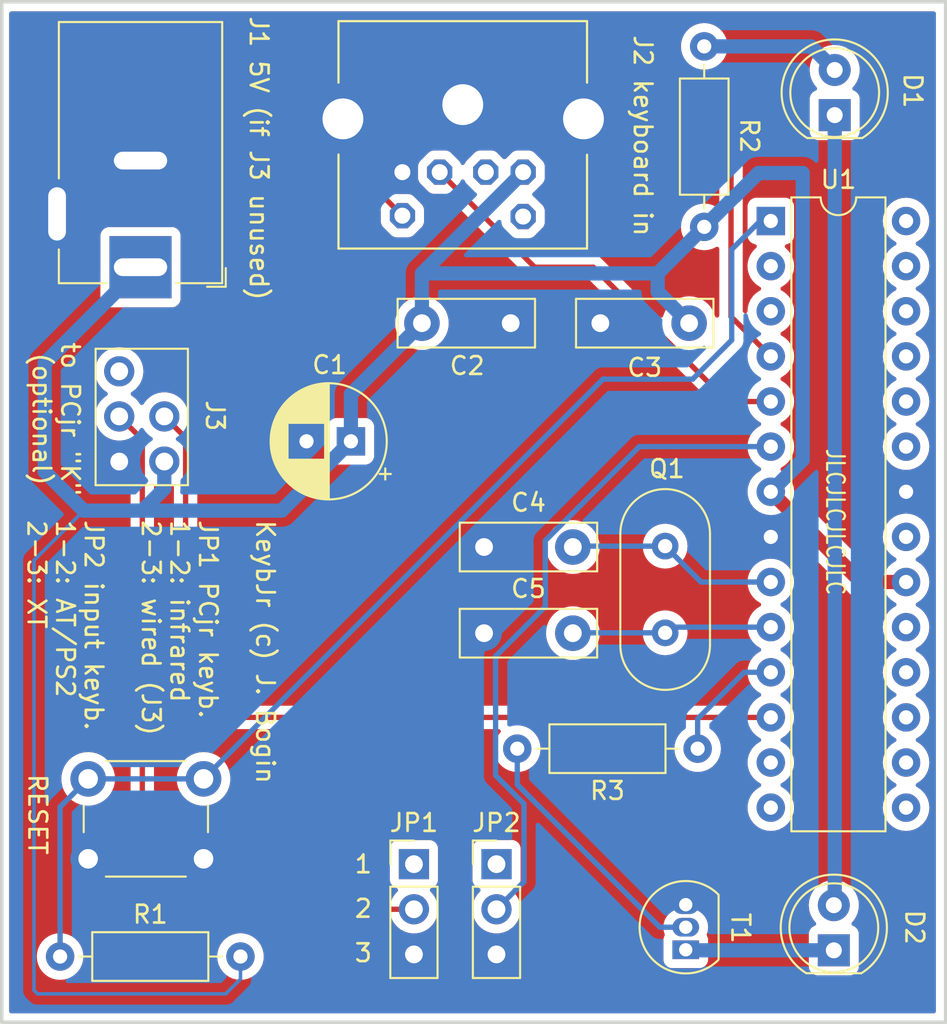
<source format=kicad_pcb>
(kicad_pcb (version 20221018) (generator pcbnew)
  (title_block (date "mar. 31 mars 2015"))
  (layers (0 "F.Cu" signal) (31 "B.Cu" signal) (34 "B.Paste" user) (35 "F.Paste" user) (36 "B.SilkS" user "B.Silkscreen") (37 "F.SilkS" user "F.Silkscreen") (38 "B.Mask" user) (39 "F.Mask" user) (44 "Edge.Cuts" user))
  (net 0 "")
  (net 1 "/+5V")
  (net 2 "GNDD")
  (net 3 "Net-(U1-XTAL1{slash}PB6)")
  (net 4 "Net-(U1-XTAL2{slash}PB7)")
  (net 5 "Net-(D1-K)")
  (net 6 "Net-(D1-A)")
  (net 7 "Net-(D2-K)")
  (net 8 "Net-(U1-PD3)")
  (net 10 "Net-(U1-PD2)")
  (net 13 "Net-(J3-Pin_b2)")
  (net 15 "Net-(JP2-Pin_2)")
  (net 16 "Net-(U1-~{RESET}{slash}PC6)")
  (net 17 "Net-(U1-PD5)")
  (net 18 "Net-(T1-B)")
  (net 21 "Net-(J3-Pin_a2)")
  (footprint "Package_DIP:DIP-28_W7.62mm" (layer "F.Cu") (at 143.4 55.3)
    (fp_text reference "U1" (at 3.81 -2.33) (layer "F.SilkS"))
    (fp_text value "ATmega328P-P")
    (fp_line (start 1.16 -1.33) (end 1.16 34.35) (stroke (width 0.12)) (layer "F.SilkS"))
    (fp_line (start 1.16 34.35) (end 6.46 34.35) (stroke (width 0.12)) (layer "F.SilkS"))
    (fp_line (start 2.81 -1.33) (end 1.16 -1.33) (stroke (width 0.12)) (layer "F.SilkS"))
    (fp_line (start 6.46 -1.33) (end 4.81 -1.33) (stroke (width 0.12)) (layer "F.SilkS"))
    (fp_line (start 6.46 34.35) (end 6.46 -1.33) (stroke (width 0.12)) (layer "F.SilkS"))
    (fp_arc (start 4.81 -1.33) (mid 3.81 -0.33) (end 2.81 -1.33) (stroke (width 0.12)) (layer "F.SilkS"))
    (pad "1" thru_hole rect (at 0 0) (size 1.6 1.6) (drill 0.8) (layers "*.Cu" "*.Mask") (net 16 "Net-(U1-~{RESET}{slash}PC6)"))
    (pad "2" thru_hole oval (at 0 2.54) (size 1.6 1.6) (drill 0.8) (layers "*.Cu" "*.Mask"))
    (pad "3" thru_hole oval (at 0 5.08) (size 1.6 1.6) (drill 0.8) (layers "*.Cu" "*.Mask"))
    (pad "4" thru_hole oval (at 0 7.62) (size 1.6 1.6) (drill 0.8) (layers "*.Cu" "*.Mask") (net 10 "Net-(U1-PD2)"))
    (pad "5" thru_hole oval (at 0 10.16) (size 1.6 1.6) (drill 0.8) (layers "*.Cu" "*.Mask") (net 8 "Net-(U1-PD3)"))
    (pad "6" thru_hole oval (at 0 12.7) (size 1.6 1.6) (drill 0.8) (layers "*.Cu" "*.Mask") (net 15 "Net-(JP2-Pin_2)"))
    (pad "7" thru_hole oval (at 0 15.24) (size 1.6 1.6) (drill 0.8) (layers "*.Cu" "*.Mask") (net 1 "/+5V"))
    (pad "8" thru_hole oval (at 0 17.78) (size 1.6 1.6) (drill 0.8) (layers "*.Cu" "*.Mask") (net 2 "GNDD"))
    (pad "9" thru_hole oval (at 0 20.32) (size 1.6 1.6) (drill 0.8) (layers "*.Cu" "*.Mask") (net 3 "Net-(U1-XTAL1{slash}PB6)"))
    (pad "10" thru_hole oval (at 0 22.86) (size 1.6 1.6) (drill 0.8) (layers "*.Cu" "*.Mask") (net 4 "Net-(U1-XTAL2{slash}PB7)"))
    (pad "11" thru_hole oval (at 0 25.4) (size 1.6 1.6) (drill 0.8) (layers "*.Cu" "*.Mask") (net 17 "Net-(U1-PD5)"))
    (pad "12" thru_hole oval (at 0 27.94) (size 1.6 1.6) (drill 0.8) (layers "*.Cu" "*.Mask") (net 21 "Net-(J3-Pin_a2)"))
    (pad "13" thru_hole oval (at 0 30.48) (size 1.6 1.6) (drill 0.8) (layers "*.Cu" "*.Mask"))
    (pad "14" thru_hole oval (at 0 33.02) (size 1.6 1.6) (drill 0.8) (layers "*.Cu" "*.Mask"))
    (pad "15" thru_hole oval (at 7.62 33.02) (size 1.6 1.6) (drill 0.8) (layers "*.Cu" "*.Mask"))
    (pad "16" thru_hole oval (at 7.62 30.48) (size 1.6 1.6) (drill 0.8) (layers "*.Cu" "*.Mask"))
    (pad "17" thru_hole oval (at 7.62 27.94) (size 1.6 1.6) (drill 0.8) (layers "*.Cu" "*.Mask"))
    (pad "18" thru_hole oval (at 7.62 25.4) (size 1.6 1.6) (drill 0.8) (layers "*.Cu" "*.Mask"))
    (pad "19" thru_hole oval (at 7.62 22.86) (size 1.6 1.6) (drill 0.8) (layers "*.Cu" "*.Mask"))
    (pad "20" thru_hole oval (at 7.62 20.32) (size 1.6 1.6) (drill 0.8) (layers "*.Cu" "*.Mask") (net 1 "/+5V"))
    (pad "21" thru_hole oval (at 7.62 17.78) (size 1.6 1.6) (drill 0.8) (layers "*.Cu" "*.Mask"))
    (pad "22" thru_hole oval (at 7.62 15.24) (size 1.6 1.6) (drill 0.8) (layers "*.Cu" "*.Mask") (net 2 "GNDD"))
    (pad "23" thru_hole oval (at 7.62 12.7) (size 1.6 1.6) (drill 0.8) (layers "*.Cu" "*.Mask"))
    (pad "24" thru_hole oval (at 7.62 10.16) (size 1.6 1.6) (drill 0.8) (layers "*.Cu" "*.Mask"))
    (pad "25" thru_hole oval (at 7.62 7.62) (size 1.6 1.6) (drill 0.8) (layers "*.Cu" "*.Mask"))
    (pad "26" thru_hole oval (at 7.62 5.08) (size 1.6 1.6) (drill 0.8) (layers "*.Cu" "*.Mask"))
    (pad "27" thru_hole oval (at 7.62 2.54) (size 1.6 1.6) (drill 0.8) (layers "*.Cu" "*.Mask"))
    (pad "28" thru_hole oval (at 7.62 0) (size 1.6 1.6) (drill 0.8) (layers "*.Cu" "*.Mask"))
  )
  (footprint "Crystal:Crystal_HC49-U_Vertical" (layer "F.Cu") (at 137.45 78.48 90)
    (fp_text reference "Q1" hide)
    (fp_text value "16 MHz")
    (fp_line (start -0.685 -2.525) (end 5.565 -2.525) (stroke (width 0.12)) (layer "F.SilkS"))
    (fp_line (start -0.685 2.525) (end 5.565 2.525) (stroke (width 0.12)) (layer "F.SilkS"))
    (fp_arc (start -0.685 2.525) (mid -3.21 0) (end -0.685 -2.525) (stroke (width 0.12)) (layer "F.SilkS"))
    (fp_arc (start 5.565 -2.525) (mid 8.09 0) (end 5.565 2.525) (stroke (width 0.12)) (layer "F.SilkS"))
    (pad "1" thru_hole circle (at 0 0 90) (size 1.5 1.5) (drill 0.8) (layers "*.Cu" "*.Mask") (net 4 "Net-(U1-XTAL2{slash}PB7)"))
    (pad "2" thru_hole circle (at 4.88 0 90) (size 1.5 1.5) (drill 0.8) (layers "*.Cu" "*.Mask") (net 3 "Net-(U1-XTAL1{slash}PB6)"))
  )
  (footprint "Connector_PinHeader_2.54mm:PinHeader_1x03_P2.54mm_Vertical" (layer "F.Cu") (at 123.3 91.5)
    (fp_text reference "JP1" (at 0 -2.33) (layer "F.SilkS"))
    (fp_text value "infrared - wired")
    (fp_line (start -1.33 -1.33) (end 0 -1.33) (stroke (width 0.12)) (layer "F.SilkS"))
    (fp_line (start -1.33 0) (end -1.33 -1.33) (stroke (width 0.12)) (layer "F.SilkS"))
    (fp_line (start -1.33 1.27) (end -1.33 6.41) (stroke (width 0.12)) (layer "F.SilkS"))
    (fp_line (start -1.33 1.27) (end 1.33 1.27) (stroke (width 0.12)) (layer "F.SilkS"))
    (fp_line (start -1.33 6.41) (end 1.33 6.41) (stroke (width 0.12)) (layer "F.SilkS"))
    (fp_line (start 1.33 1.27) (end 1.33 6.41) (stroke (width 0.12)) (layer "F.SilkS"))
    (pad "1" thru_hole rect (at 0 0) (size 1.7 1.7) (drill 1) (layers "*.Cu" "*.Mask"))
    (pad "2" thru_hole oval (at 0 2.54) (size 1.7 1.7) (drill 1) (layers "*.Cu" "*.Mask") (net 13 "Net-(J3-Pin_b2)"))
    (pad "3" thru_hole oval (at 0 5.08) (size 1.7 1.7) (drill 1) (layers "*.Cu" "*.Mask") (net 2 "GNDD"))
  )
  (footprint "Capacitor_THT:CP_Radial_D6.3mm_P2.50mm" (layer "F.Cu") (at 119.75 67.7 180)
    (fp_text reference "C1" (at 1.2 4.3) (layer "F.SilkS"))
    (fp_text value "100u")
    (fp_line (start -2.250241 -1.839) (end -1.620241 -1.839) (stroke (width 0.12)) (layer "F.SilkS"))
    (fp_line (start -1.935241 -2.154) (end -1.935241 -1.524) (stroke (width 0.12)) (layer "F.SilkS"))
    (fp_line (start 1.25 -3.23) (end 1.25 3.23) (stroke (width 0.12)) (layer "F.SilkS"))
    (fp_line (start 1.29 -3.23) (end 1.29 3.23) (stroke (width 0.12)) (layer "F.SilkS"))
    (fp_line (start 1.33 -3.23) (end 1.33 3.23) (stroke (width 0.12)) (layer "F.SilkS"))
    (fp_line (start 1.37 -3.228) (end 1.37 3.228) (stroke (width 0.12)) (layer "F.SilkS"))
    (fp_line (start 1.41 -3.227) (end 1.41 3.227) (stroke (width 0.12)) (layer "F.SilkS"))
    (fp_line (start 1.45 -3.224) (end 1.45 3.224) (stroke (width 0.12)) (layer "F.SilkS"))
    (fp_line (start 1.49 -3.222) (end 1.49 -1.04) (stroke (width 0.12)) (layer "F.SilkS"))
    (fp_line (start 1.49 1.04) (end 1.49 3.222) (stroke (width 0.12)) (layer "F.SilkS"))
    (fp_line (start 1.53 -3.218) (end 1.53 -1.04) (stroke (width 0.12)) (layer "F.SilkS"))
    (fp_line (start 1.53 1.04) (end 1.53 3.218) (stroke (width 0.12)) (layer "F.SilkS"))
    (fp_line (start 1.57 -3.215) (end 1.57 -1.04) (stroke (width 0.12)) (layer "F.SilkS"))
    (fp_line (start 1.57 1.04) (end 1.57 3.215) (stroke (width 0.12)) (layer "F.SilkS"))
    (fp_line (start 1.61 -3.211) (end 1.61 -1.04) (stroke (width 0.12)) (layer "F.SilkS"))
    (fp_line (start 1.61 1.04) (end 1.61 3.211) (stroke (width 0.12)) (layer "F.SilkS"))
    (fp_line (start 1.65 -3.206) (end 1.65 -1.04) (stroke (width 0.12)) (layer "F.SilkS"))
    (fp_line (start 1.65 1.04) (end 1.65 3.206) (stroke (width 0.12)) (layer "F.SilkS"))
    (fp_line (start 1.69 -3.201) (end 1.69 -1.04) (stroke (width 0.12)) (layer "F.SilkS"))
    (fp_line (start 1.69 1.04) (end 1.69 3.201) (stroke (width 0.12)) (layer "F.SilkS"))
    (fp_line (start 1.73 -3.195) (end 1.73 -1.04) (stroke (width 0.12)) (layer "F.SilkS"))
    (fp_line (start 1.73 1.04) (end 1.73 3.195) (stroke (width 0.12)) (layer "F.SilkS"))
    (fp_line (start 1.77 -3.189) (end 1.77 -1.04) (stroke (width 0.12)) (layer "F.SilkS"))
    (fp_line (start 1.77 1.04) (end 1.77 3.189) (stroke (width 0.12)) (layer "F.SilkS"))
    (fp_line (start 1.81 -3.182) (end 1.81 -1.04) (stroke (width 0.12)) (layer "F.SilkS"))
    (fp_line (start 1.81 1.04) (end 1.81 3.182) (stroke (width 0.12)) (layer "F.SilkS"))
    (fp_line (start 1.85 -3.175) (end 1.85 -1.04) (stroke (width 0.12)) (layer "F.SilkS"))
    (fp_line (start 1.85 1.04) (end 1.85 3.175) (stroke (width 0.12)) (layer "F.SilkS"))
    (fp_line (start 1.89 -3.167) (end 1.89 -1.04) (stroke (width 0.12)) (layer "F.SilkS"))
    (fp_line (start 1.89 1.04) (end 1.89 3.167) (stroke (width 0.12)) (layer "F.SilkS"))
    (fp_line (start 1.93 -3.159) (end 1.93 -1.04) (stroke (width 0.12)) (layer "F.SilkS"))
    (fp_line (start 1.93 1.04) (end 1.93 3.159) (stroke (width 0.12)) (layer "F.SilkS"))
    (fp_line (start 1.971 -3.15) (end 1.971 -1.04) (stroke (width 0.12)) (layer "F.SilkS"))
    (fp_line (start 1.971 1.04) (end 1.971 3.15) (stroke (width 0.12)) (layer "F.SilkS"))
    (fp_line (start 2.011 -3.141) (end 2.011 -1.04) (stroke (width 0.12)) (layer "F.SilkS"))
    (fp_line (start 2.011 1.04) (end 2.011 3.141) (stroke (width 0.12)) (layer "F.SilkS"))
    (fp_line (start 2.051 -3.131) (end 2.051 -1.04) (stroke (width 0.12)) (layer "F.SilkS"))
    (fp_line (start 2.051 1.04) (end 2.051 3.131) (stroke (width 0.12)) (layer "F.SilkS"))
    (fp_line (start 2.091 -3.121) (end 2.091 -1.04) (stroke (width 0.12)) (layer "F.SilkS"))
    (fp_line (start 2.091 1.04) (end 2.091 3.121) (stroke (width 0.12)) (layer "F.SilkS"))
    (fp_line (start 2.131 -3.11) (end 2.131 -1.04) (stroke (width 0.12)) (layer "F.SilkS"))
    (fp_line (start 2.131 1.04) (end 2.131 3.11) (stroke (width 0.12)) (layer "F.SilkS"))
    (fp_line (start 2.171 -3.098) (end 2.171 -1.04) (stroke (width 0.12)) (layer "F.SilkS"))
    (fp_line (start 2.171 1.04) (end 2.171 3.098) (stroke (width 0.12)) (layer "F.SilkS"))
    (fp_line (start 2.211 -3.086) (end 2.211 -1.04) (stroke (width 0.12)) (layer "F.SilkS"))
    (fp_line (start 2.211 1.04) (end 2.211 3.086) (stroke (width 0.12)) (layer "F.SilkS"))
    (fp_line (start 2.251 -3.074) (end 2.251 -1.04) (stroke (width 0.12)) (layer "F.SilkS"))
    (fp_line (start 2.251 1.04) (end 2.251 3.074) (stroke (width 0.12)) (layer "F.SilkS"))
    (fp_line (start 2.291 -3.061) (end 2.291 -1.04) (stroke (width 0.12)) (layer "F.SilkS"))
    (fp_line (start 2.291 1.04) (end 2.291 3.061) (stroke (width 0.12)) (layer "F.SilkS"))
    (fp_line (start 2.331 -3.047) (end 2.331 -1.04) (stroke (width 0.12)) (layer "F.SilkS"))
    (fp_line (start 2.331 1.04) (end 2.331 3.047) (stroke (width 0.12)) (layer "F.SilkS"))
    (fp_line (start 2.371 -3.033) (end 2.371 -1.04) (stroke (width 0.12)) (layer "F.SilkS"))
    (fp_line (start 2.371 1.04) (end 2.371 3.033) (stroke (width 0.12)) (layer "F.SilkS"))
    (fp_line (start 2.411 -3.018) (end 2.411 -1.04) (stroke (width 0.12)) (layer "F.SilkS"))
    (fp_line (start 2.411 1.04) (end 2.411 3.018) (stroke (width 0.12)) (layer "F.SilkS"))
    (fp_line (start 2.451 -3.002) (end 2.451 -1.04) (stroke (width 0.12)) (layer "F.SilkS"))
    (fp_line (start 2.451 1.04) (end 2.451 3.002) (stroke (width 0.12)) (layer "F.SilkS"))
    (fp_line (start 2.491 -2.986) (end 2.491 -1.04) (stroke (width 0.12)) (layer "F.SilkS"))
    (fp_line (start 2.491 1.04) (end 2.491 2.986) (stroke (width 0.12)) (layer "F.SilkS"))
    (fp_line (start 2.531 -2.97) (end 2.531 -1.04) (stroke (width 0.12)) (layer "F.SilkS"))
    (fp_line (start 2.531 1.04) (end 2.531 2.97) (stroke (width 0.12)) (layer "F.SilkS"))
    (fp_line (start 2.571 -2.952) (end 2.571 -1.04) (stroke (width 0.12)) (layer "F.SilkS"))
    (fp_line (start 2.571 1.04) (end 2.571 2.952) (stroke (width 0.12)) (layer "F.SilkS"))
    (fp_line (start 2.611 -2.934) (end 2.611 -1.04) (stroke (width 0.12)) (layer "F.SilkS"))
    (fp_line (start 2.611 1.04) (end 2.611 2.934) (stroke (width 0.12)) (layer "F.SilkS"))
    (fp_line (start 2.651 -2.916) (end 2.651 -1.04) (stroke (width 0.12)) (layer "F.SilkS"))
    (fp_line (start 2.651 1.04) (end 2.651 2.916) (stroke (width 0.12)) (layer "F.SilkS"))
    (fp_line (start 2.691 -2.896) (end 2.691 -1.04) (stroke (width 0.12)) (layer "F.SilkS"))
    (fp_line (start 2.691 1.04) (end 2.691 2.896) (stroke (width 0.12)) (layer "F.SilkS"))
    (fp_line (start 2.731 -2.876) (end 2.731 -1.04) (stroke (width 0.12)) (layer "F.SilkS"))
    (fp_line (start 2.731 1.04) (end 2.731 2.876) (stroke (width 0.12)) (layer "F.SilkS"))
    (fp_line (start 2.771 -2.856) (end 2.771 -1.04) (stroke (width 0.12)) (layer "F.SilkS"))
    (fp_line (start 2.771 1.04) (end 2.771 2.856) (stroke (width 0.12)) (layer "F.SilkS"))
    (fp_line (start 2.811 -2.834) (end 2.811 -1.04) (stroke (width 0.12)) (layer "F.SilkS"))
    (fp_line (start 2.811 1.04) (end 2.811 2.834) (stroke (width 0.12)) (layer "F.SilkS"))
    (fp_line (start 2.851 -2.812) (end 2.851 -1.04) (stroke (width 0.12)) (layer "F.SilkS"))
    (fp_line (start 2.851 1.04) (end 2.851 2.812) (stroke (width 0.12)) (layer "F.SilkS"))
    (fp_line (start 2.891 -2.79) (end 2.891 -1.04) (stroke (width 0.12)) (layer "F.SilkS"))
    (fp_line (start 2.891 1.04) (end 2.891 2.79) (stroke (width 0.12)) (layer "F.SilkS"))
    (fp_line (start 2.931 -2.766) (end 2.931 -1.04) (stroke (width 0.12)) (layer "F.SilkS"))
    (fp_line (start 2.931 1.04) (end 2.931 2.766) (stroke (width 0.12)) (layer "F.SilkS"))
    (fp_line (start 2.971 -2.742) (end 2.971 -1.04) (stroke (width 0.12)) (layer "F.SilkS"))
    (fp_line (start 2.971 1.04) (end 2.971 2.742) (stroke (width 0.12)) (layer "F.SilkS"))
    (fp_line (start 3.011 -2.716) (end 3.011 -1.04) (stroke (width 0.12)) (layer "F.SilkS"))
    (fp_line (start 3.011 1.04) (end 3.011 2.716) (stroke (width 0.12)) (layer "F.SilkS"))
    (fp_line (start 3.051 -2.69) (end 3.051 -1.04) (stroke (width 0.12)) (layer "F.SilkS"))
    (fp_line (start 3.051 1.04) (end 3.051 2.69) (stroke (width 0.12)) (layer "F.SilkS"))
    (fp_line (start 3.091 -2.664) (end 3.091 -1.04) (stroke (width 0.12)) (layer "F.SilkS"))
    (fp_line (start 3.091 1.04) (end 3.091 2.664) (stroke (width 0.12)) (layer "F.SilkS"))
    (fp_line (start 3.131 -2.636) (end 3.131 -1.04) (stroke (width 0.12)) (layer "F.SilkS"))
    (fp_line (start 3.131 1.04) (end 3.131 2.636) (stroke (width 0.12)) (layer "F.SilkS"))
    (fp_line (start 3.171 -2.607) (end 3.171 -1.04) (stroke (width 0.12)) (layer "F.SilkS"))
    (fp_line (start 3.171 1.04) (end 3.171 2.607) (stroke (width 0.12)) (layer "F.SilkS"))
    (fp_line (start 3.211 -2.578) (end 3.211 -1.04) (stroke (width 0.12)) (layer "F.SilkS"))
    (fp_line (start 3.211 1.04) (end 3.211 2.578) (stroke (width 0.12)) (layer "F.SilkS"))
    (fp_line (start 3.251 -2.548) (end 3.251 -1.04) (stroke (width 0.12)) (layer "F.SilkS"))
    (fp_line (start 3.251 1.04) (end 3.251 2.548) (stroke (width 0.12)) (layer "F.SilkS"))
    (fp_line (start 3.291 -2.516) (end 3.291 -1.04) (stroke (width 0.12)) (layer "F.SilkS"))
    (fp_line (start 3.291 1.04) (end 3.291 2.516) (stroke (width 0.12)) (layer "F.SilkS"))
    (fp_line (start 3.331 -2.484) (end 3.331 -1.04) (stroke (width 0.12)) (layer "F.SilkS"))
    (fp_line (start 3.331 1.04) (end 3.331 2.484) (stroke (width 0.12)) (layer "F.SilkS"))
    (fp_line (start 3.371 -2.45) (end 3.371 -1.04) (stroke (width 0.12)) (layer "F.SilkS"))
    (fp_line (start 3.371 1.04) (end 3.371 2.45) (stroke (width 0.12)) (layer "F.SilkS"))
    (fp_line (start 3.411 -2.416) (end 3.411 -1.04) (stroke (width 0.12)) (layer "F.SilkS"))
    (fp_line (start 3.411 1.04) (end 3.411 2.416) (stroke (width 0.12)) (layer "F.SilkS"))
    (fp_line (start 3.451 -2.38) (end 3.451 -1.04) (stroke (width 0.12)) (layer "F.SilkS"))
    (fp_line (start 3.451 1.04) (end 3.451 2.38) (stroke (width 0.12)) (layer "F.SilkS"))
    (fp_line (start 3.491 -2.343) (end 3.491 -1.04) (stroke (width 0.12)) (layer "F.SilkS"))
    (fp_line (start 3.491 1.04) (end 3.491 2.343) (stroke (width 0.12)) (layer "F.SilkS"))
    (fp_line (start 3.531 -2.305) (end 3.531 -1.04) (stroke (width 0.12)) (layer "F.SilkS"))
    (fp_line (start 3.531 1.04) (end 3.531 2.305) (stroke (width 0.12)) (layer "F.SilkS"))
    (fp_line (start 3.571 -2.265) (end 3.571 2.265) (stroke (width 0.12)) (layer "F.SilkS"))
    (fp_line (start 3.611 -2.224) (end 3.611 2.224) (stroke (width 0.12)) (layer "F.SilkS"))
    (fp_line (start 3.651 -2.182) (end 3.651 2.182) (stroke (width 0.12)) (layer "F.SilkS"))
    (fp_line (start 3.691 -2.137) (end 3.691 2.137) (stroke (width 0.12)) (layer "F.SilkS"))
    (fp_line (start 3.731 -2.092) (end 3.731 2.092) (stroke (width 0.12)) (layer "F.SilkS"))
    (fp_line (start 3.771 -2.044) (end 3.771 2.044) (stroke (width 0.12)) (layer "F.SilkS"))
    (fp_line (start 3.811 -1.995) (end 3.811 1.995) (stroke (width 0.12)) (layer "F.SilkS"))
    (fp_line (start 3.851 -1.944) (end 3.851 1.944) (stroke (width 0.12)) (layer "F.SilkS"))
    (fp_line (start 3.891 -1.89) (end 3.891 1.89) (stroke (width 0.12)) (layer "F.SilkS"))
    (fp_line (start 3.931 -1.834) (end 3.931 1.834) (stroke (width 0.12)) (layer "F.SilkS"))
    (fp_line (start 3.971 -1.776) (end 3.971 1.776) (stroke (width 0.12)) (layer "F.SilkS"))
    (fp_line (start 4.011 -1.714) (end 4.011 1.714) (stroke (width 0.12)) (layer "F.SilkS"))
    (fp_line (start 4.051 -1.65) (end 4.051 1.65) (stroke (width 0.12)) (layer "F.SilkS"))
    (fp_line (start 4.091 -1.581) (end 4.091 1.581) (stroke (width 0.12)) (layer "F.SilkS"))
    (fp_line (start 4.131 -1.509) (end 4.131 1.509) (stroke (width 0.12)) (layer "F.SilkS"))
    (fp_line (start 4.171 -1.432) (end 4.171 1.432) (stroke (width 0.12)) (layer "F.SilkS"))
    (fp_line (start 4.211 -1.35) (end 4.211 1.35) (stroke (width 0.12)) (layer "F.SilkS"))
    (fp_line (start 4.251 -1.262) (end 4.251 1.262) (stroke (width 0.12)) (layer "F.SilkS"))
    (fp_line (start 4.291 -1.165) (end 4.291 1.165) (stroke (width 0.12)) (layer "F.SilkS"))
    (fp_line (start 4.331 -1.059) (end 4.331 1.059) (stroke (width 0.12)) (layer "F.SilkS"))
    (fp_line (start 4.371 -0.94) (end 4.371 0.94) (stroke (width 0.12)) (layer "F.SilkS"))
    (fp_line (start 4.411 -0.802) (end 4.411 0.802) (stroke (width 0.12)) (layer "F.SilkS"))
    (fp_line (start 4.451 -0.633) (end 4.451 0.633) (stroke (width 0.12)) (layer "F.SilkS"))
    (fp_line (start 4.491 -0.402) (end 4.491 0.402) (stroke (width 0.12)) (layer "F.SilkS"))
    (fp_circle (center 1.25 0) (end 4.52 0) (stroke (width 0.12)) (fill none) (layer "F.SilkS"))
    (pad "1" thru_hole rect (at 0 0 180) (size 1.6 1.6) (drill 0.8) (layers "*.Cu" "*.Mask") (net 1 "/+5V"))
    (pad "2" thru_hole circle (at 2.5 0 180) (size 1.6 1.6) (drill 0.8) (layers "*.Cu" "*.Mask") (net 2 "GNDD"))
  )
  (footprint "Connector_BarrelJack:BarrelJack_Horizontal" (layer "F.Cu") (at 107.9 57.9 -90)
    (fp_text reference "J1" hide)
    (fp_text value "+5V (if not using J3)")
    (fp_line (start -13.8 -4.6) (end 0.9 -4.6) (stroke (width 0.12)) (layer "F.SilkS"))
    (fp_line (start -13.8 4.6) (end -13.8 -4.6) (stroke (width 0.12)) (layer "F.SilkS"))
    (fp_line (start -5 4.6) (end -13.8 4.6) (stroke (width 0.12)) (layer "F.SilkS"))
    (fp_line (start 0.05 -4.8) (end 1.1 -4.8) (stroke (width 0.12)) (layer "F.SilkS"))
    (fp_line (start 0.9 -4.6) (end 0.9 -2) (stroke (width 0.12)) (layer "F.SilkS"))
    (fp_line (start 0.9 1.9) (end 0.9 4.6) (stroke (width 0.12)) (layer "F.SilkS"))
    (fp_line (start 0.9 4.6) (end -1 4.6) (stroke (width 0.12)) (layer "F.SilkS"))
    (fp_line (start 1.1 -3.75) (end 1.1 -4.8) (stroke (width 0.12)) (layer "F.SilkS"))
    (pad "1" thru_hole rect (at 0 0 270) (size 3.5 3.5) (drill oval 1 3) (layers "*.Cu" "*.Mask") (net 1 "/+5V"))
    (pad "2" thru_hole roundrect (at -6 0 270) (size 3 3.5) (drill oval 1 3) (layers "*.Cu" "*.Mask") (net 2 "GNDD"))
    (pad "3" thru_hole roundrect (at -3 4.7 270) (size 3.5 3.5) (drill oval 3 1) (layers "*.Cu" "*.Mask") (net 2 "GNDD"))
  )
  (footprint "Capacitor_THT:C_Disc_D7.5mm_W2.5mm_P5.00mm" (layer "F.Cu") (at 127.25 73.65)
    (fp_text reference "C4" (at 2.5 -2.5) (layer "F.SilkS"))
    (fp_text value "22p")
    (fp_line (start -1.37 -1.37) (end -1.37 1.37) (stroke (width 0.12)) (layer "F.SilkS"))
    (fp_line (start -1.37 -1.37) (end 6.37 -1.37) (stroke (width 0.12)) (layer "F.SilkS"))
    (fp_line (start -1.37 1.37) (end 6.37 1.37) (stroke (width 0.12)) (layer "F.SilkS"))
    (fp_line (start 6.37 -1.37) (end 6.37 1.37) (stroke (width 0.12)) (layer "F.SilkS"))
    (pad "1" thru_hole circle (at 0 0) (size 2 2) (drill 1) (layers "*.Cu" "*.Mask") (net 2 "GNDD"))
    (pad "2" thru_hole circle (at 5 0) (size 2 2) (drill 1) (layers "*.Cu" "*.Mask") (net 3 "Net-(U1-XTAL1{slash}PB6)"))
  )
  (footprint "Package_TO_SOT_THT:TO-92_Inline" (layer "F.Cu") (at 138.61 96.32 90)
    (fp_text reference "T1" hide)
    (fp_text value "BC337")
    (fp_line (start -0.53 1.85) (end 3.07 1.85) (stroke (width 0.12)) (layer "F.SilkS"))
    (fp_arc (start -0.568478 1.838478) (mid -1.132087 -0.994977) (end 1.27 -2.6) (stroke (width 0.12)) (layer "F.SilkS"))
    (fp_arc (start 1.27 -2.6) (mid 3.672087 -0.994977) (end 3.108478 1.838478) (stroke (width 0.12)) (layer "F.SilkS"))
    (pad "1" thru_hole rect (at 0 0 90) (size 1.05 1.5) (drill 0.75) (layers "*.Cu" "*.Mask") (net 7 "Net-(D2-K)"))
    (pad "2" thru_hole oval (at 1.27 0 90) (size 1.05 1.5) (drill 0.75) (layers "*.Cu" "*.Mask") (net 18 "Net-(T1-B)"))
    (pad "3" thru_hole oval (at 2.54 0 90) (size 1.05 1.5) (drill 0.75) (layers "*.Cu" "*.Mask") (net 2 "GNDD"))
  )
  (footprint "Connector_PinHeader_2.54mm:PinHeader_1x03_P2.54mm_Vertical" (layer "F.Cu") (at 127.95 91.5)
    (fp_text reference "JP2" (at 0 -2.33) (layer "F.SilkS"))
    (fp_text value "AT/PS2 - XT")
    (fp_line (start -1.33 -1.33) (end 0 -1.33) (stroke (width 0.12)) (layer "F.SilkS"))
    (fp_line (start -1.33 0) (end -1.33 -1.33) (stroke (width 0.12)) (layer "F.SilkS"))
    (fp_line (start -1.33 1.27) (end -1.33 6.41) (stroke (width 0.12)) (layer "F.SilkS"))
    (fp_line (start -1.33 1.27) (end 1.33 1.27) (stroke (width 0.12)) (layer "F.SilkS"))
    (fp_line (start -1.33 6.41) (end 1.33 6.41) (stroke (width 0.12)) (layer "F.SilkS"))
    (fp_line (start 1.33 1.27) (end 1.33 6.41) (stroke (width 0.12)) (layer "F.SilkS"))
    (pad "1" thru_hole rect (at 0 0) (size 1.7 1.7) (drill 1) (layers "*.Cu" "*.Mask"))
    (pad "2" thru_hole oval (at 0 2.54) (size 1.7 1.7) (drill 1) (layers "*.Cu" "*.Mask") (net 15 "Net-(JP2-Pin_2)"))
    (pad "3" thru_hole oval (at 0 5.08) (size 1.7 1.7) (drill 1) (layers "*.Cu" "*.Mask") (net 2 "GNDD"))
  )
  (footprint "Resistor_THT:R_Axial_DIN0207_L6.3mm_D2.5mm_P10.16mm_Horizontal" (layer "F.Cu") (at 139.28 85 180)
    (fp_text reference "R3" (at 5.08 -2.37) (layer "F.SilkS"))
    (fp_text value "470")
    (fp_line (start 1.04 0) (end 1.81 0) (stroke (width 0.12)) (layer "F.SilkS"))
    (fp_line (start 1.81 -1.37) (end 1.81 1.37) (stroke (width 0.12)) (layer "F.SilkS"))
    (fp_line (start 1.81 1.37) (end 8.35 1.37) (stroke (width 0.12)) (layer "F.SilkS"))
    (fp_line (start 8.35 -1.37) (end 1.81 -1.37) (stroke (width 0.12)) (layer "F.SilkS"))
    (fp_line (start 8.35 1.37) (end 8.35 -1.37) (stroke (width 0.12)) (layer "F.SilkS"))
    (fp_line (start 9.12 0) (end 8.35 0) (stroke (width 0.12)) (layer "F.SilkS"))
    (pad "1" thru_hole circle (at 0 0 180) (size 1.6 1.6) (drill 0.8) (layers "*.Cu" "*.Mask") (net 17 "Net-(U1-PD5)"))
    (pad "2" thru_hole oval (at 10.16 0 180) (size 1.6 1.6) (drill 0.8) (layers "*.Cu" "*.Mask") (net 18 "Net-(T1-B)"))
  )
  (footprint "LED_THT:LED_D5.0mm_IRGrey" (layer "F.Cu") (at 146.95 96.35 90)
    (fp_text reference "D2" hide)
    (fp_text value "LED")
    (fp_line (start -1.29 -1.545) (end -1.29 1.545) (stroke (width 0.12)) (layer "F.SilkS"))
    (fp_arc (start -1.29 -1.54483) (mid 2.072002 -2.880433) (end 4.26 0.000462) (stroke (width 0.12)) (layer "F.SilkS"))
    (fp_arc (start 4.26 -0.000462) (mid 2.072002 2.880433) (end -1.29 1.54483) (stroke (width 0.12)) (layer "F.SilkS"))
    (fp_circle (center 1.27 0) (end 3.77 0) (stroke (width 0.12)) (fill none) (layer "F.SilkS"))
    (pad "1" thru_hole rect (at 0 0 90) (size 1.8 1.8) (drill 0.9) (layers "*.Cu" "*.Mask") (net 7 "Net-(D2-K)"))
    (pad "2" thru_hole circle (at 2.54 0 90) (size 1.8 1.8) (drill 0.9) (layers "*.Cu" "*.Mask") (net 5 "Net-(D1-K)"))
  )
  (footprint "Capacitor_THT:C_Disc_D7.5mm_W2.5mm_P5.00mm" (layer "F.Cu") (at 127.25 78.5)
    (fp_text reference "C5" (at 2.5 -2.5) (layer "F.SilkS"))
    (fp_text value "22p")
    (fp_line (start -1.37 -1.37) (end -1.37 1.37) (stroke (width 0.12)) (layer "F.SilkS"))
    (fp_line (start -1.37 -1.37) (end 6.37 -1.37) (stroke (width 0.12)) (layer "F.SilkS"))
    (fp_line (start -1.37 1.37) (end 6.37 1.37) (stroke (width 0.12)) (layer "F.SilkS"))
    (fp_line (start 6.37 -1.37) (end 6.37 1.37) (stroke (width 0.12)) (layer "F.SilkS"))
    (pad "1" thru_hole circle (at 0 0) (size 2 2) (drill 1) (layers "*.Cu" "*.Mask") (net 2 "GNDD"))
    (pad "2" thru_hole circle (at 5 0) (size 2 2) (drill 1) (layers "*.Cu" "*.Mask") (net 4 "Net-(U1-XTAL2{slash}PB7)"))
  )
  (footprint "Connector_PinHeader_2.54mm:PinHeader_2x03_P2.54mm_Vertical" (layer "F.Cu") (at 106.7 63.76)
    (fp_text reference "J3" hide)
    (fp_text value "to PCjr \"K\" connector")
    (fp_line (start -1.33 -1.27) (end -1.33 6.41) (stroke (width 0.12)) (layer "F.SilkS"))
    (fp_line (start -1.33 -1.27) (end 3.87 -1.27) (stroke (width 0.12)) (layer "F.SilkS"))
    (fp_line (start -1.33 6.41) (end 3.87 6.41) (stroke (width 0.12)) (layer "F.SilkS"))
    (fp_line (start 3.87 -1.27) (end 3.87 6.41) (stroke (width 0.12)) (layer "F.SilkS"))
    (pad "A2" thru_hole oval (at 2.54 2.54) (size 1.7 1.7) (drill 1) (layers "*.Cu" "*.Mask") (net 21 "Net-(J3-Pin_a2)"))
    (pad "A3" thru_hole oval (at 2.54 5.08) (size 1.7 1.7) (drill 1) (layers "*.Cu" "*.Mask") (net 1 "/+5V"))
    (pad "B1" thru_hole oval (at 0 0) (size 1.7 1.7) (drill 1) (layers "*.Cu" "*.Mask"))
    (pad "B2" thru_hole oval (at 0 2.54) (size 1.7 1.7) (drill 1) (layers "*.Cu" "*.Mask") (net 13 "Net-(J3-Pin_b2)"))
    (pad "B3" thru_hole oval (at 0 5.08) (size 1.7 1.7) (drill 1) (layers "*.Cu" "*.Mask") (net 2 "GNDD"))
  )
  (footprint "Resistor_THT:R_Axial_DIN0207_L6.3mm_D2.5mm_P10.16mm_Horizontal" (layer "F.Cu") (at 103.37 96.7)
    (fp_text reference "R1" (at 5.08 -2.37) (layer "F.SilkS"))
    (fp_text value "10k")
    (fp_line (start 1.04 0) (end 1.81 0) (stroke (width 0.12)) (layer "F.SilkS"))
    (fp_line (start 1.81 -1.37) (end 1.81 1.37) (stroke (width 0.12)) (layer "F.SilkS"))
    (fp_line (start 1.81 1.37) (end 8.35 1.37) (stroke (width 0.12)) (layer "F.SilkS"))
    (fp_line (start 8.35 -1.37) (end 1.81 -1.37) (stroke (width 0.12)) (layer "F.SilkS"))
    (fp_line (start 8.35 1.37) (end 8.35 -1.37) (stroke (width 0.12)) (layer "F.SilkS"))
    (fp_line (start 9.12 0) (end 8.35 0) (stroke (width 0.12)) (layer "F.SilkS"))
    (pad "1" thru_hole circle (at 0 0) (size 1.6 1.6) (drill 0.8) (layers "*.Cu" "*.Mask") (net 16 "Net-(U1-~{RESET}{slash}PC6)"))
    (pad "2" thru_hole oval (at 10.16 0) (size 1.6 1.6) (drill 0.8) (layers "*.Cu" "*.Mask") (net 1 "/+5V"))
  )
  (footprint "Connector_MiniDIN:Mini_DIN6_Female_THT" (layer "F.Cu") (at 126.05 48.8)
    (fp_text reference "J2" hide)
    (fp_text value "Mini-DIN 6pin" hide)
    (fp_line (start -7 -4.75) (end -7 -1.29) (stroke (width 0.127)) (layer "F.SilkS"))
    (fp_line (start -7 2.76) (end -7 8.05) (stroke (width 0.127)) (layer "F.SilkS"))
    (fp_line (start -7 8.05) (end 7 8.05) (stroke (width 0.127)) (layer "F.SilkS"))
    (fp_line (start 7 -4.75) (end -7 -4.75) (stroke (width 0.127)) (layer "F.SilkS"))
    (fp_line (start 7 -4.75) (end 7 -1.29) (stroke (width 0.127)) (layer "F.SilkS"))
    (fp_line (start 7 2.77) (end 7 8.05) (stroke (width 0.127)) (layer "F.SilkS"))
    (pad "1" thru_hole roundrect (at -1.3 3.75) (size 1.4224 1.4224) (drill 0.9) (layers "*.Cu" "*.Mask") (chamfer_ratio 0.2928932188) (chamfer top_left top_right bottom_left bottom_right) (net 8 "Net-(U1-PD3)"))
    (pad "2" thru_hole roundrect (at 1.3 3.75) (size 1.4224 1.4224) (drill 0.9) (layers "*.Cu" "*.Mask") (chamfer_ratio 0.2928932188) (chamfer top_left top_right bottom_left bottom_right))
    (pad "3" thru_hole roundrect (at -3.4 3.75) (size 1.4224 1.4224) (drill 0.9) (layers "*.Cu" "*.Mask") (chamfer_ratio 0.2928932188) (chamfer top_left top_right bottom_left bottom_right) (net 2 "GNDD"))
    (pad "4" thru_hole roundrect (at 3.4 3.75) (size 1.4224 1.4224) (drill 0.9) (layers "*.Cu" "*.Mask") (chamfer_ratio 0.2928932188) (chamfer top_left top_right bottom_left bottom_right) (net 1 "/+5V"))
    (pad "5" thru_hole roundrect (at -3.4 6.2) (size 1.4224 1.4224) (drill 0.9) (layers "*.Cu" "*.Mask") (chamfer_ratio 0.2928932188) (chamfer top_left top_right bottom_left bottom_right) (net 10 "Net-(U1-PD2)"))
    (pad "6" thru_hole roundrect (at 3.4 6.25) (size 1.4224 1.4224) (drill 0.9) (layers "*.Cu" "*.Mask") (chamfer_ratio 0.2928932188) (chamfer top_left top_right bottom_left bottom_right))
    (pad "SH1" thru_hole circle (at 6.8 0.75) (size 3.5 3.5) (drill 2.3) (layers "*.Cu" "*.Mask") (net 2 "GNDD"))
    (pad "SH2" thru_hole circle (at 0 -0.05) (size 3.5 3.5) (drill 2.3) (layers "*.Cu" "*.Mask") (net 2 "GNDD"))
    (pad "SH3" thru_hole circle (at -6.75 0.75) (size 3.5 3.5) (drill 2.3) (layers "*.Cu" "*.Mask") (net 2 "GNDD"))
  )
  (footprint "Resistor_THT:R_Axial_DIN0207_L6.3mm_D2.5mm_P10.16mm_Horizontal" (layer "F.Cu") (at 139.65 45.47 -90)
    (fp_text reference "R2" hide)
    (fp_text value "22")
    (fp_line (start 1.04 0) (end 1.81 0) (stroke (width 0.12)) (layer "F.SilkS"))
    (fp_line (start 1.81 -1.37) (end 1.81 1.37) (stroke (width 0.12)) (layer "F.SilkS"))
    (fp_line (start 1.81 1.37) (end 8.35 1.37) (stroke (width 0.12)) (layer "F.SilkS"))
    (fp_line (start 8.35 -1.37) (end 1.81 -1.37) (stroke (width 0.12)) (layer "F.SilkS"))
    (fp_line (start 8.35 1.37) (end 8.35 -1.37) (stroke (width 0.12)) (layer "F.SilkS"))
    (fp_line (start 9.12 0) (end 8.35 0) (stroke (width 0.12)) (layer "F.SilkS"))
    (pad "1" thru_hole circle (at 0 0 270) (size 1.6 1.6) (drill 0.8) (layers "*.Cu" "*.Mask") (net 6 "Net-(D1-A)"))
    (pad "2" thru_hole oval (at 10.16 0 270) (size 1.6 1.6) (drill 0.8) (layers "*.Cu" "*.Mask") (net 1 "/+5V"))
  )
  (footprint "Capacitor_THT:C_Disc_D7.5mm_W2.5mm_P5.00mm" (layer "F.Cu") (at 123.75 61.05)
    (fp_text reference "C2" (at 2.55 2.4) (layer "F.SilkS"))
    (fp_text value "100n")
    (fp_line (start -1.37 -1.37) (end -1.37 1.37) (stroke (width 0.12)) (layer "F.SilkS"))
    (fp_line (start -1.37 -1.37) (end 6.37 -1.37) (stroke (width 0.12)) (layer "F.SilkS"))
    (fp_line (start -1.37 1.37) (end 6.37 1.37) (stroke (width 0.12)) (layer "F.SilkS"))
    (fp_line (start 6.37 -1.37) (end 6.37 1.37) (stroke (width 0.12)) (layer "F.SilkS"))
    (pad "1" thru_hole circle (at 0 0) (size 2 2) (drill 1) (layers "*.Cu" "*.Mask") (net 1 "/+5V"))
    (pad "2" thru_hole circle (at 5 0) (size 2 2) (drill 1) (layers "*.Cu" "*.Mask") (net 2 "GNDD"))
  )
  (footprint "LED_THT:LED_D5.0mm_IRGrey" (layer "F.Cu") (at 147 49.34 90)
    (fp_text reference "D1" hide)
    (fp_text value "LED")
    (fp_line (start -1.29 -1.545) (end -1.29 1.545) (stroke (width 0.12)) (layer "F.SilkS"))
    (fp_arc (start -1.29 -1.54483) (mid 2.072002 -2.880433) (end 4.26 0.000462) (stroke (width 0.12)) (layer "F.SilkS"))
    (fp_arc (start 4.26 -0.000462) (mid 2.072002 2.880433) (end -1.29 1.54483) (stroke (width 0.12)) (layer "F.SilkS"))
    (fp_circle (center 1.27 0) (end 3.77 0) (stroke (width 0.12)) (fill none) (layer "F.SilkS"))
    (pad "1" thru_hole rect (at 0 0 90) (size 1.8 1.8) (drill 0.9) (layers "*.Cu" "*.Mask") (net 5 "Net-(D1-K)"))
    (pad "2" thru_hole circle (at 2.54 0 90) (size 1.8 1.8) (drill 0.9) (layers "*.Cu" "*.Mask") (net 6 "Net-(D1-A)"))
  )
  (footprint "Button_Switch_THT:SW_PUSH_6mm" (layer "F.Cu") (at 104.95 86.7)
    (fp_text reference "SW1" hide)
    (fp_text value "RESET")
    (fp_line (start -0.25 1.5) (end -0.25 3) (stroke (width 0.12)) (layer "F.SilkS"))
    (fp_line (start 1 5.5) (end 5.5 5.5) (stroke (width 0.12)) (layer "F.SilkS"))
    (fp_line (start 5.5 -1) (end 1 -1) (stroke (width 0.12)) (layer "F.SilkS"))
    (fp_line (start 6.75 3) (end 6.75 1.5) (stroke (width 0.12)) (layer "F.SilkS"))
    (pad "1" thru_hole circle (at 0 0 90) (size 2 2) (drill 1.1) (layers "*.Cu" "*.Mask") (net 16 "Net-(U1-~{RESET}{slash}PC6)"))
    (pad "1" thru_hole circle (at 6.5 0 90) (size 2 2) (drill 1.1) (layers "*.Cu" "*.Mask") (net 16 "Net-(U1-~{RESET}{slash}PC6)"))
    (pad "2" thru_hole circle (at 0 4.5 90) (size 2 2) (drill 1.1) (layers "*.Cu" "*.Mask") (net 2 "GNDD"))
    (pad "2" thru_hole circle (at 6.5 4.5 90) (size 2 2) (drill 1.1) (layers "*.Cu" "*.Mask") (net 2 "GNDD"))
  )
  (footprint "Capacitor_THT:C_Disc_D7.5mm_W2.5mm_P5.00mm" (layer "F.Cu") (at 138.8 61.05 180)
    (fp_text reference "C3" (at 2.5 -2.5) (layer "F.SilkS"))
    (fp_text value "100n")
    (fp_line (start -1.37 -1.37) (end -1.37 1.37) (stroke (width 0.12)) (layer "F.SilkS"))
    (fp_line (start -1.37 -1.37) (end 6.37 -1.37) (stroke (width 0.12)) (layer "F.SilkS"))
    (fp_line (start -1.37 1.37) (end 6.37 1.37) (stroke (width 0.12)) (layer "F.SilkS"))
    (fp_line (start 6.37 -1.37) (end 6.37 1.37) (stroke (width 0.12)) (layer "F.SilkS"))
    (pad "1" thru_hole circle (at 0 0 180) (size 2 2) (drill 1) (layers "*.Cu" "*.Mask") (net 1 "/+5V"))
    (pad "2" thru_hole circle (at 5 0 180) (size 2 2) (drill 1) (layers "*.Cu" "*.Mask") (net 2 "GNDD"))
  )
  (gr_rect (start 100.085 42.96) (end 153.25 100.4) (stroke (width 0.2)) (fill none) (layer "Edge.Cuts"))
  (gr_text "JLCJLCJLCJLC" (at 147.03 72.24 270) (layer "F.SilkS") (effects (font (size 1 0.8) (thickness 0.125))))
  (gr_text "RESET" (at 102.1 88.7 -90) (layer "F.SilkS") (effects (font (size 1 1))))
  (gr_text "KeybJr (c) J. Bogin\n\nJP1 PCjr keyb.\n1-2: infrared\n2-3: wired (J3)\n\nJP2 input keyb.\n1-2: AT/PS2\n2-3: XT" (at 108.49 72.05 270) (layer "F.SilkS") (effects (font (size 1 1)) (justify left)))
  (gr_text "Q1" (at 137.55 69.25) (layer "F.SilkS") (effects (font (size 1 1))))
  (gr_text "T1" (at 141.7 95.1 270) (layer "F.SilkS") (effects (font (size 1 1))))
  (gr_text "1" (at 120.45 91.5) (layer "F.SilkS") (effects (font (size 1 1))))
  (gr_text "3" (at 120.45 96.5) (layer "F.SilkS") (effects (font (size 1 1))))
  (gr_text "J1 5V (if J3 unused)" (at 114.57 51.77 270) (layer "F.SilkS") (effects (font (size 1 1))))
  (gr_text "2" (at 120.45 94) (layer "F.SilkS") (effects (font (size 1 1))))
  (gr_text "D2" (at 151.5 95.05 270) (layer "F.SilkS") (effects (font (size 1 1))))
  (gr_text "D1" (at 151.4 47.965 270) (layer "F.SilkS") (effects (font (size 1 1))))
  (gr_text "J3" (at 112.1 66.26 -90) (layer "F.SilkS") (effects (font (size 1 1))))
  (gr_text "J2 keyboard in" (at 136.2 50.5 270) (layer "F.SilkS") (effects (font (size 1 1))))
  (gr_text "to PCjr {dblquote}K{dblquote}\n(optional)" (at 103.14 66.45 270) (layer "F.SilkS") (effects (font (size 1 1))))
  (gr_text "R2" (at 142.2 50.5 270) (layer "F.SilkS") (effects (font (size 1 1))))
  (segment (start 151.02 75.62) (end 148.48 75.62) (width 0.8) (layer "F.Cu") (net 1))
  (segment (start 148.48 75.62) (end 143.4 70.54) (width 0.8) (layer "F.Cu") (net 1))
  (segment (start 115.85 71.6) (end 108 71.6) (width 0.8) (layer "B.Cu") (net 1))
  (segment (start 123.75 61.05) (end 123.75 58.25) (width 0.8) (layer "B.Cu") (net 1))
  (segment (start 101.9 98.6) (end 101.9 74.4) (width 0.2) (layer "B.Cu") (net 1))
  (segment (start 119.75 67.7) (end 115.85 71.6) (width 0.8) (layer "B.Cu") (net 1))
  (segment (start 142.7 52.6) (end 145.2 52.6) (width 0.8) (layer "B.Cu") (net 1))
  (segment (start 119.75 67.7) (end 119.75 65.05) (width 0.8) (layer "B.Cu") (net 1))
  (segment (start 141.4 53.9) (end 142.7 52.6) (width 0.8) (layer "B.Cu") (net 1))
  (segment (start 113.53 96.7) (end 113.53 97.97) (width 0.2) (layer "B.Cu") (net 1))
  (segment (start 138.8 61.05) (end 137.03 59.28) (width 0.8) (layer "B.Cu") (net 1))
  (segment (start 123.75 58.25) (end 137.03 58.25) (width 0.8) (layer "B.Cu") (net 1))
  (segment (start 102.5 69.4) (end 104.7 71.6) (width 0.8) (layer "B.Cu") (net 1))
  (segment (start 112.7 98.8) (end 102.1 98.8) (width 0.2) (layer "B.Cu") (net 1))
  (segment (start 107.9 57.9) (end 102.5 63.3) (width 0.8) (layer "B.Cu") (net 1))
  (segment (start 145.2 52.6) (end 145.2 68.74) (width 0.8) (layer "B.Cu") (net 1))
  (segment (start 137.03 59.28) (end 137.03 58.25) (width 0.8) (layer "B.Cu") (net 1))
  (segment (start 109.24 70.36) (end 109.24 68.84) (width 0.8) (layer "B.Cu") (net 1))
  (segment (start 101.9 74.4) (end 104.7 71.6) (width 0.2) (layer "B.Cu") (net 1))
  (segment (start 141.38 53.9) (end 141.4 53.9) (width 0.8) (layer "B.Cu") (net 1))
  (segment (start 123.75 58.25) (end 129.45 52.55) (width 0.8) (layer "B.Cu") (net 1))
  (segment (start 102.1 98.8) (end 101.9 98.6) (width 0.2) (layer "B.Cu") (net 1))
  (segment (start 113.53 97.97) (end 112.7 98.8) (width 0.2) (layer "B.Cu") (net 1))
  (segment (start 137.03 58.25) (end 139.65 55.63) (width 0.8) (layer "B.Cu") (net 1))
  (segment (start 119.75 65.05) (end 123.75 61.05) (width 0.8) (layer "B.Cu") (net 1))
  (segment (start 139.65 55.63) (end 141.38 53.9) (width 0.8) (layer "B.Cu") (net 1))
  (segment (start 145.2 68.74) (end 143.4 70.54) (width 0.8) (layer "B.Cu") (net 1))
  (segment (start 104.7 71.6) (end 108 71.6) (width 0.8) (layer "B.Cu") (net 1))
  (segment (start 102.5 63.3) (end 102.5 69.4) (width 0.8) (layer "B.Cu") (net 1))
  (segment (start 108 71.6) (end 109.24 70.36) (width 0.8) (layer "B.Cu") (net 1))
  (segment (start 137.45 73.6) (end 132.3 73.6) (width 0.3) (layer "B.Cu") (net 3))
  (segment (start 139.47 75.62) (end 137.45 73.6) (width 0.3) (layer "B.Cu") (net 3))
  (segment (start 132.3 73.6) (end 132.25 73.65) (width 0.3) (layer "B.Cu") (net 3))
  (segment (start 143.4 75.62) (end 139.47 75.62) (width 0.3) (layer "B.Cu") (net 3))
  (segment (start 132.27 78.48) (end 132.25 78.5) (width 0.3) (layer "B.Cu") (net 4))
  (segment (start 137.77 78.16) (end 137.45 78.48) (width 0.3) (layer "B.Cu") (net 4))
  (segment (start 137.45 78.48) (end 132.27 78.48) (width 0.3) (layer "B.Cu") (net 4))
  (segment (start 143.4 78.16) (end 137.77 78.16) (width 0.3) (layer "B.Cu") (net 4))
  (segment (start 147 93.76) (end 146.95 93.81) (width 0.3) (layer "B.Cu") (net 5))
  (segment (start 147 49.34) (end 147 93.76) (width 0.8) (layer "B.Cu") (net 5))
  (segment (start 139.65 45.47) (end 145.67 45.47) (width 0.8) (layer "B.Cu") (net 6))
  (segment (start 145.67 45.47) (end 147 46.8) (width 0.8) (layer "B.Cu") (net 6))
  (segment (start 146.95 96.35) (end 138.64 96.35) (width 0.8) (layer "B.Cu") (net 7))
  (segment (start 138.64 96.35) (end 138.61 96.32) (width 0.3) (layer "B.Cu") (net 7))
  (segment (start 124.75 52.55) (end 130.1 57.9) (width 0.3) (layer "F.Cu") (net 8))
  (segment (start 133.4 57.9) (end 140.96 65.46) (width 0.3) (layer "F.Cu") (net 8))
  (segment (start 130.1 57.9) (end 133.4 57.9) (width 0.3) (layer "F.Cu") (net 8))
  (segment (start 140.96 65.46) (end 143.4 65.46) (width 0.3) (layer "F.Cu") (net 8))
  (segment (start 122.65 55) (end 121.5888 53.9388) (width 0.3) (layer "F.Cu") (net 10))
  (segment (start 121.5888 48.7112) (end 124.78 45.52) (width 0.3) (layer "F.Cu") (net 10))
  (segment (start 141.16 60.68) (end 143.4 62.92) (width 0.3) (layer "F.Cu") (net 10))
  (segment (start 141.16 51.95) (end 141.16 60.68) (width 0.3) (layer "F.Cu") (net 10))
  (segment (start 124.78 45.52) (end 134.73 45.52) (width 0.3) (layer "F.Cu") (net 10))
  (segment (start 121.5888 53.9388) (end 121.5888 48.7112) (width 0.3) (layer "F.Cu") (net 10))
  (segment (start 134.73 45.52) (end 141.16 51.95) (width 0.3) (layer "F.Cu") (net 10))
  (segment (start 110.73 94.04) (end 108 91.31) (width 0.3) (layer "F.Cu") (net 13))
  (segment (start 108 67.68) (end 108.04 67.64) (width 0.3) (layer "F.Cu") (net 13))
  (segment (start 108.04 67.64) (end 106.7 66.3) (width 0.3) (layer "F.Cu") (net 13))
  (segment (start 108 91.31) (end 108 67.68) (width 0.3) (layer "F.Cu") (net 13))
  (segment (start 123.3 94.04) (end 110.73 94.04) (width 0.3) (layer "F.Cu") (net 13))
  (segment (start 127.95 94.04) (end 129.5 92.49) (width 0.3) (layer "B.Cu") (net 15))
  (segment (start 127.9 79.8) (end 130.7 77) (width 0.3) (layer "B.Cu") (net 15))
  (segment (start 135.990811 68) (end 143.4 68) (width 0.3) (layer "B.Cu") (net 15))
  (segment (start 129.5 92.49) (end 129.5 88.107106) (width 0.3) (layer "B.Cu") (net 15))
  (segment (start 127.9 86.507106) (end 127.9 79.8) (width 0.3) (layer "B.Cu") (net 15))
  (segment (start 130.7 73.290811) (end 135.990811 68) (width 0.3) (layer "B.Cu") (net 15))
  (segment (start 130.7 77) (end 130.7 73.290811) (width 0.3) (layer "B.Cu") (net 15))
  (segment (start 129.5 88.107106) (end 127.9 86.507106) (width 0.3) (layer "B.Cu") (net 15))
  (segment (start 142.8 55.3) (end 143.4 55.3) (width 0.3) (layer "B.Cu") (net 16))
  (segment (start 103.37 96.7) (end 103.37 88.28) (width 0.3) (layer "B.Cu") (net 16))
  (segment (start 133.95 64.2) (end 139 64.2) (width 0.3) (layer "B.Cu") (net 16))
  (segment (start 139 64.2) (end 141.2 62) (width 0.3) (layer "B.Cu") (net 16))
  (segment (start 141.2 62) (end 141.2 56.9) (width 0.3) (layer "B.Cu") (net 16))
  (segment (start 141.2 56.9) (end 142.8 55.3) (width 0.3) (layer "B.Cu") (net 16))
  (segment (start 111.45 86.7) (end 133.95 64.2) (width 0.3) (layer "B.Cu") (net 16))
  (segment (start 103.37 88.28) (end 104.95 86.7) (width 0.3) (layer "B.Cu") (net 16))
  (segment (start 104.95 86.7) (end 111.45 86.7) (width 0.3) (layer "B.Cu") (net 16))
  (segment (start 141.9 80.7) (end 143.4 80.7) (width 0.3) (layer "B.Cu") (net 17))
  (segment (start 139.28 83.32) (end 141.9 80.7) (width 0.3) (layer "B.Cu") (net 17))
  (segment (start 139.28 85) (end 139.28 83.32) (width 0.3) (layer "B.Cu") (net 17))
  (segment (start 137.15 95.05) (end 138.61 95.05) (width 0.3) (layer "B.Cu") (net 18))
  (segment (start 129.12 87.02) (end 137.15 95.05) (width 0.3) (layer "B.Cu") (net 18))
  (segment (start 129.12 85) (end 129.12 87.02) (width 0.3) (layer "B.Cu") (net 18))
  (segment (start 109.24 66.3) (end 110.44 67.5) (width 0.3) (layer "F.Cu") (net 21))
  (segment (start 143.4 83.24) (end 110.98 83.24) (width 0.3) (layer "F.Cu") (net 21))
  (segment (start 110.44 67.5) (end 110.44 82.7) (width 0.3) (layer "F.Cu") (net 21))
  (segment (start 110.98 83.24) (end 110.44 82.7) (width 0.3) (layer "F.Cu") (net 21))
  (zone (net 2) (net_name "GNDD") (layers "F&B.Cu") (connect_pads yes (clearance 0.508)) (min_thickness 0.25) (fill yes (thermal_gap 0.5) (thermal_bridge_width 0.5))
    (polygon (pts (xy 100.5 43.5) (xy 100.5 99.9) (xy 152.7 99.9) (xy 152.7 43.5)))
  )
)
</source>
